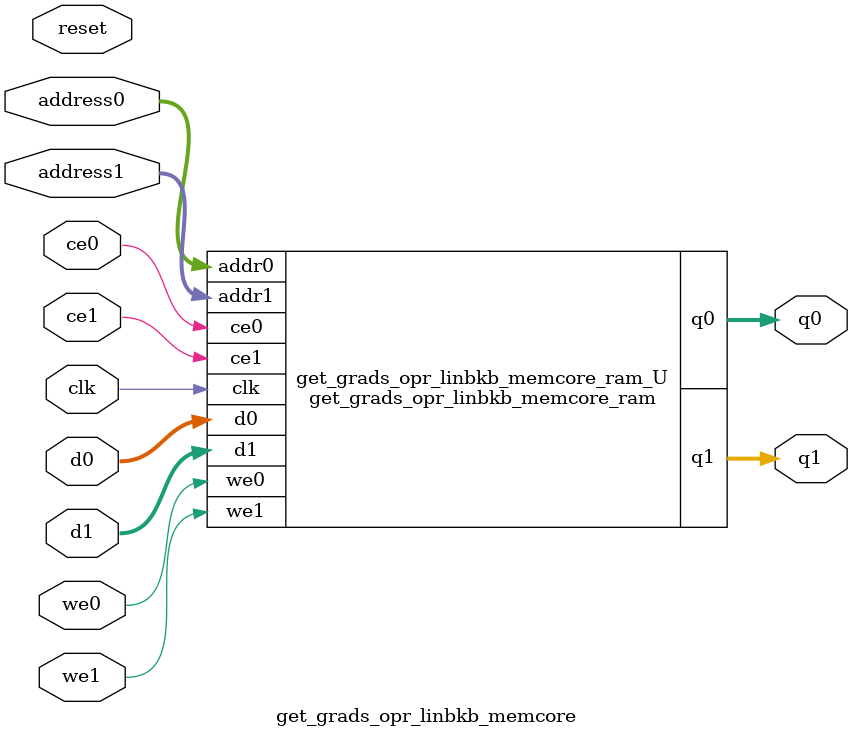
<source format=v>

`timescale 1 ns / 1 ps
module get_grads_opr_linbkb_memcore_ram (addr0, ce0, d0, we0, q0, addr1, ce1, d1, we1, q1,  clk);

parameter DWIDTH = 8;
parameter AWIDTH = 11;
parameter MEM_SIZE = 1280;

input[AWIDTH-1:0] addr0;
input ce0;
input[DWIDTH-1:0] d0;
input we0;
output reg[DWIDTH-1:0] q0;
input[AWIDTH-1:0] addr1;
input ce1;
input[DWIDTH-1:0] d1;
input we1;
output reg[DWIDTH-1:0] q1;
input clk;

(* ram_style = "block" *)reg [DWIDTH-1:0] ram[0:MEM_SIZE-1];




always @(posedge clk)  
begin 
    if (ce0) 
    begin
        if (we0) 
        begin 
            ram[addr0] <= d0; 
            q0 <= d0;
        end 
        else 
            q0 <= ram[addr0];
    end
end


always @(posedge clk)  
begin 
    if (ce1) 
    begin
        if (we1) 
        begin 
            ram[addr1] <= d1; 
            q1 <= d1;
        end 
        else 
            q1 <= ram[addr1];
    end
end


endmodule


`timescale 1 ns / 1 ps
module get_grads_opr_linbkb_memcore(
    reset,
    clk,
    address0,
    ce0,
    we0,
    d0,
    q0,
    address1,
    ce1,
    we1,
    d1,
    q1);

parameter DataWidth = 32'd8;
parameter AddressRange = 32'd1280;
parameter AddressWidth = 32'd11;
input reset;
input clk;
input[AddressWidth - 1:0] address0;
input ce0;
input we0;
input[DataWidth - 1:0] d0;
output[DataWidth - 1:0] q0;
input[AddressWidth - 1:0] address1;
input ce1;
input we1;
input[DataWidth - 1:0] d1;
output[DataWidth - 1:0] q1;



get_grads_opr_linbkb_memcore_ram get_grads_opr_linbkb_memcore_ram_U(
    .clk( clk ),
    .addr0( address0 ),
    .ce0( ce0 ),
    .d0( d0 ),
    .we0( we0 ),
    .q0( q0 ),
    .addr1( address1 ),
    .ce1( ce1 ),
    .d1( d1 ),
    .we1( we1 ),
    .q1( q1 ));

endmodule


</source>
